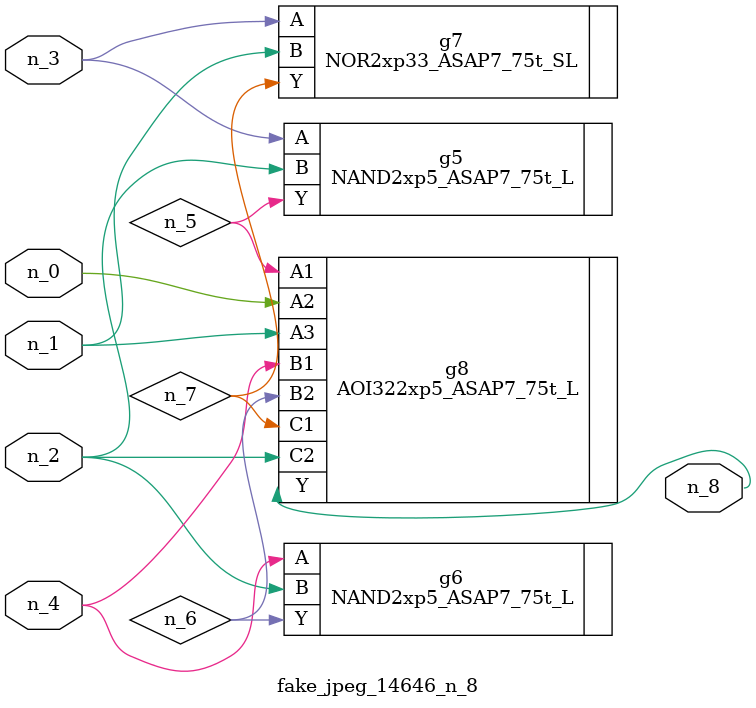
<source format=v>
module fake_jpeg_14646_n_8 (n_3, n_2, n_1, n_0, n_4, n_8);

input n_3;
input n_2;
input n_1;
input n_0;
input n_4;

output n_8;

wire n_6;
wire n_5;
wire n_7;

NAND2xp5_ASAP7_75t_L g5 ( 
.A(n_3),
.B(n_2),
.Y(n_5)
);

NAND2xp5_ASAP7_75t_L g6 ( 
.A(n_4),
.B(n_2),
.Y(n_6)
);

NOR2xp33_ASAP7_75t_SL g7 ( 
.A(n_3),
.B(n_1),
.Y(n_7)
);

AOI322xp5_ASAP7_75t_L g8 ( 
.A1(n_5),
.A2(n_0),
.A3(n_1),
.B1(n_4),
.B2(n_6),
.C1(n_7),
.C2(n_2),
.Y(n_8)
);


endmodule
</source>
